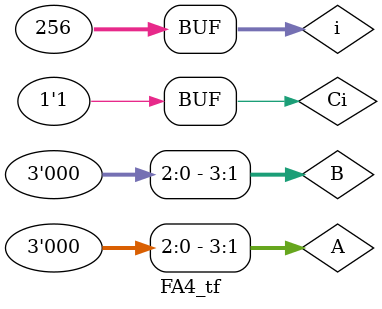
<source format=v>
`timescale 1ns / 1ps


module FA4_tf;

	// Inputs
	reg  [3:0] A;
	reg  [3:0] B;
	reg  Ci;
	wire Co;

	// Outputs
	wire [3:0] Y;

	// Instantiate the Unit Under Test (UUT)
	FA4 uut (
		.A(A), 
		.B(B), 
		.Ci(Ci), 
		.Y(Y), 
		.Co(Co)
	);

   integer i;
	
	initial begin
		A = 0;
		B = 0;
		Ci = 0;
		i  = 0;

		// Wait 100 ns for global reset to finish
		#100;
        
		// Add stimulus here

   for (i=0; i<256; i=i+1)
	   begin
		A = $random;
		B = $random;
		if (i>127) Ci = 1;
		
		#25
		if (Y !== A + B + Ci) $display("Error");
		$write(".");
		end
		
	end
      
endmodule


</source>
